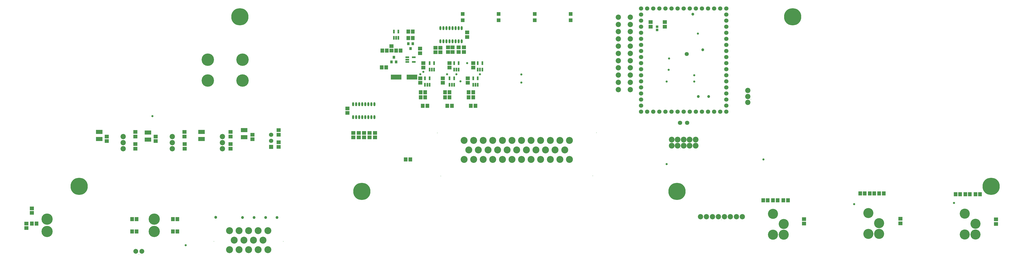
<source format=gts>
G04*
G04 #@! TF.GenerationSoftware,Altium Limited,Altium Designer,18.0.11 (651)*
G04*
G04 Layer_Color=8388736*
%FSLAX42Y42*%
%MOMM*%
G71*
G01*
G75*
%ADD27R,1.70X1.50*%
%ADD28R,1.50X1.70*%
%ADD29R,0.80X1.65*%
%ADD30R,2.80X1.70*%
%ADD31R,1.10X1.20*%
%ADD32O,0.80X1.65*%
%ADD33R,4.50X2.15*%
%ADD34R,1.65X0.80*%
%ADD35R,1.10X1.00*%
%ADD36C,2.90*%
%ADD37C,0.20*%
%ADD38C,1.80*%
%ADD39C,4.70*%
%ADD40C,4.20*%
%ADD41C,2.20*%
%ADD42C,2.00*%
%ADD43C,5.20*%
%ADD44C,2.40*%
%ADD45R,1.50X1.50*%
%ADD46R,1.80X1.80*%
%ADD47C,7.20*%
%ADD48C,0.90*%
%ADD49C,1.20*%
%ADD50C,1.70*%
D27*
X25133Y8789D02*
D03*
Y8979D02*
D03*
X29680Y12814D02*
D03*
Y12624D02*
D03*
X28486D02*
D03*
Y12434D02*
D03*
X29677Y12116D02*
D03*
Y12306D02*
D03*
X42913Y16351D02*
D03*
Y16161D02*
D03*
X42723D02*
D03*
Y16351D02*
D03*
X42407Y16148D02*
D03*
Y16338D02*
D03*
X43383Y16351D02*
D03*
Y16161D02*
D03*
X42202Y16338D02*
D03*
Y16148D02*
D03*
X43167Y16351D02*
D03*
Y16161D02*
D03*
X25362Y9614D02*
D03*
Y9424D02*
D03*
X38771Y12776D02*
D03*
Y12586D02*
D03*
X38997Y12776D02*
D03*
Y12586D02*
D03*
X39223Y12776D02*
D03*
Y12586D02*
D03*
X39449D02*
D03*
Y12776D02*
D03*
X39675Y12586D02*
D03*
Y12776D02*
D03*
X38529Y13798D02*
D03*
Y13608D02*
D03*
X33652Y12624D02*
D03*
Y12814D02*
D03*
X35655Y12890D02*
D03*
Y12700D02*
D03*
X31723Y12814D02*
D03*
Y12624D02*
D03*
X34566Y12700D02*
D03*
Y12510D02*
D03*
X35655Y12192D02*
D03*
Y12382D02*
D03*
X33652Y12116D02*
D03*
Y12306D02*
D03*
X30523Y12624D02*
D03*
Y12434D02*
D03*
X31733Y12116D02*
D03*
Y12306D02*
D03*
X57576Y9167D02*
D03*
Y8977D02*
D03*
X61597Y9180D02*
D03*
Y8990D02*
D03*
X65587Y9155D02*
D03*
Y8965D02*
D03*
X41560Y16302D02*
D03*
Y16112D02*
D03*
X40367Y16216D02*
D03*
Y16406D02*
D03*
X43518Y16787D02*
D03*
Y16977D02*
D03*
X41694Y15503D02*
D03*
Y15693D02*
D03*
X42788Y15503D02*
D03*
Y15693D02*
D03*
X42507Y14870D02*
D03*
Y15060D02*
D03*
X41567D02*
D03*
Y14870D02*
D03*
X43772Y15697D02*
D03*
Y15507D02*
D03*
X43548Y15060D02*
D03*
Y14870D02*
D03*
X51171Y17221D02*
D03*
Y17411D02*
D03*
X51765D02*
D03*
Y17221D02*
D03*
D28*
X41859Y13907D02*
D03*
X41669D02*
D03*
X42883D02*
D03*
X42693D02*
D03*
X43867D02*
D03*
X43677D02*
D03*
X29540Y8649D02*
D03*
X29730D02*
D03*
X31433D02*
D03*
X31242D02*
D03*
X31433Y9169D02*
D03*
X31242D02*
D03*
X29540D02*
D03*
X29730D02*
D03*
X41148Y11659D02*
D03*
X40958D02*
D03*
X25552Y8979D02*
D03*
X25362D02*
D03*
X64087Y10203D02*
D03*
X63897D02*
D03*
X60107Y10238D02*
D03*
X59917D02*
D03*
X56063Y9954D02*
D03*
X55873D02*
D03*
X56906D02*
D03*
X56716D02*
D03*
X60900Y10238D02*
D03*
X60710D02*
D03*
X64919Y10203D02*
D03*
X64729D02*
D03*
X64497D02*
D03*
X64307D02*
D03*
X60507Y10238D02*
D03*
X60317D02*
D03*
X56473Y9954D02*
D03*
X56283D02*
D03*
X41065Y16743D02*
D03*
X41255D02*
D03*
X41065Y17018D02*
D03*
X41255D02*
D03*
X39954Y15512D02*
D03*
X40144D02*
D03*
X39978Y16216D02*
D03*
X40168D02*
D03*
X40557D02*
D03*
X40747D02*
D03*
X41770Y14266D02*
D03*
X41580D02*
D03*
X41770Y14470D02*
D03*
X41580D02*
D03*
X42788Y14266D02*
D03*
X42597D02*
D03*
X42788Y14470D02*
D03*
X42597D02*
D03*
X43582D02*
D03*
X43772D02*
D03*
X43582Y14266D02*
D03*
X43772D02*
D03*
D29*
Y15060D02*
D03*
X43962D02*
D03*
Y14790D02*
D03*
X43867D02*
D03*
X43772D02*
D03*
X42788D02*
D03*
X42883D02*
D03*
X42977D02*
D03*
Y15060D02*
D03*
X42788D02*
D03*
X41764Y14790D02*
D03*
X41859D02*
D03*
X41954D02*
D03*
Y15060D02*
D03*
X41764D02*
D03*
X43962Y15423D02*
D03*
X44057D02*
D03*
X44152D02*
D03*
Y15693D02*
D03*
X43962D02*
D03*
X42977D02*
D03*
X43167D02*
D03*
Y15423D02*
D03*
X43072D02*
D03*
X42977D02*
D03*
X41955Y15693D02*
D03*
X42145D02*
D03*
Y15423D02*
D03*
X42050D02*
D03*
X41955D02*
D03*
X40462Y16748D02*
D03*
X40557D02*
D03*
X40652D02*
D03*
Y17018D02*
D03*
X40462D02*
D03*
D30*
X30201Y12497D02*
D03*
Y12790D02*
D03*
X32436Y12521D02*
D03*
Y12814D02*
D03*
X34214Y12597D02*
D03*
Y12890D02*
D03*
X28169Y12521D02*
D03*
Y12814D02*
D03*
D31*
X41161Y16307D02*
D03*
X41066Y16507D02*
D03*
X41256D02*
D03*
X40462Y15940D02*
D03*
X40557Y15740D02*
D03*
X40367D02*
D03*
D32*
X43296Y17155D02*
D03*
X43168D02*
D03*
X43042D02*
D03*
X42915D02*
D03*
X42788D02*
D03*
X42661D02*
D03*
X42534D02*
D03*
X42407D02*
D03*
X43296Y16610D02*
D03*
X43168D02*
D03*
X43042D02*
D03*
X42915D02*
D03*
X42788D02*
D03*
X42661D02*
D03*
X42534D02*
D03*
X42407D02*
D03*
X38765Y13431D02*
D03*
X38892D02*
D03*
X39019D02*
D03*
X39146D02*
D03*
X39273D02*
D03*
X39400D02*
D03*
X39527D02*
D03*
X39654D02*
D03*
X38765Y13976D02*
D03*
X38892D02*
D03*
X39019D02*
D03*
X39146D02*
D03*
X39273D02*
D03*
X39400D02*
D03*
X39527D02*
D03*
X39654D02*
D03*
D33*
X41217Y15105D02*
D03*
X40557D02*
D03*
D34*
X41296Y15936D02*
D03*
Y15746D02*
D03*
X41026D02*
D03*
Y15841D02*
D03*
Y15936D02*
D03*
D35*
X51448Y17081D02*
D03*
Y17221D02*
D03*
D36*
X43590Y12059D02*
D03*
X43390Y11659D02*
D03*
Y12459D02*
D03*
X43790D02*
D03*
X44190D02*
D03*
X44590D02*
D03*
X44990D02*
D03*
X45390D02*
D03*
X45790D02*
D03*
X46190D02*
D03*
X46590D02*
D03*
X46990D02*
D03*
X47390D02*
D03*
X47790D02*
D03*
Y11659D02*
D03*
X47390D02*
D03*
X46990D02*
D03*
X46590D02*
D03*
X46190D02*
D03*
X45790D02*
D03*
X45390D02*
D03*
X44990D02*
D03*
X44590D02*
D03*
X44190D02*
D03*
X43790D02*
D03*
X44390Y12059D02*
D03*
X44790D02*
D03*
X45190D02*
D03*
X45590D02*
D03*
X45990D02*
D03*
X46390D02*
D03*
X46790D02*
D03*
X47190D02*
D03*
X47590D02*
D03*
X43990D02*
D03*
X34404Y8687D02*
D03*
X34804D02*
D03*
X35204D02*
D03*
X35004Y8287D02*
D03*
X34604D02*
D03*
X34204D02*
D03*
X33804D02*
D03*
X33604Y8687D02*
D03*
X34004D02*
D03*
X33604Y7887D02*
D03*
X35204D02*
D03*
X34804D02*
D03*
X34404D02*
D03*
X34004D02*
D03*
D37*
X48760Y10979D02*
D03*
X42424Y10972D02*
D03*
X48914Y12782D02*
D03*
X42279Y12775D02*
D03*
X29820Y7683D02*
D03*
X52428Y12118D02*
D03*
X55357Y14175D02*
D03*
X32954Y8237D02*
D03*
X35854D02*
D03*
X54129Y9137D02*
D03*
D38*
X51029Y13665D02*
D03*
X51283D02*
D03*
X51537D02*
D03*
X51791D02*
D03*
X52045D02*
D03*
X52299D02*
D03*
X52553D02*
D03*
X52807D02*
D03*
X53061D02*
D03*
X53315D02*
D03*
X53569D02*
D03*
X53823D02*
D03*
X54077D02*
D03*
X54331D02*
D03*
Y13919D02*
D03*
Y14173D02*
D03*
Y14427D02*
D03*
Y14681D02*
D03*
Y14935D02*
D03*
Y15189D02*
D03*
Y15443D02*
D03*
Y15697D02*
D03*
Y15951D02*
D03*
Y16205D02*
D03*
Y16459D02*
D03*
Y16713D02*
D03*
Y16967D02*
D03*
Y17221D02*
D03*
Y17475D02*
D03*
Y17729D02*
D03*
Y17983D02*
D03*
X54077D02*
D03*
X53823D02*
D03*
X53569D02*
D03*
X53315D02*
D03*
X53061D02*
D03*
X52807D02*
D03*
X52553D02*
D03*
X52299D02*
D03*
X52045D02*
D03*
X51791D02*
D03*
X51537D02*
D03*
X51283D02*
D03*
X51029D02*
D03*
X50775D02*
D03*
Y17729D02*
D03*
Y17475D02*
D03*
Y17221D02*
D03*
Y16967D02*
D03*
Y16713D02*
D03*
Y16459D02*
D03*
Y16205D02*
D03*
Y15951D02*
D03*
Y15697D02*
D03*
Y15443D02*
D03*
Y15189D02*
D03*
Y14935D02*
D03*
Y14681D02*
D03*
Y14427D02*
D03*
Y14173D02*
D03*
Y13919D02*
D03*
Y13665D02*
D03*
X52700Y13193D02*
D03*
X52400D02*
D03*
X35338Y12700D02*
D03*
Y12446D02*
D03*
D39*
X30467Y8649D02*
D03*
Y9169D02*
D03*
X25997Y8649D02*
D03*
Y9169D02*
D03*
D40*
X64282Y9392D02*
D03*
X64732Y8972D02*
D03*
Y8522D02*
D03*
X64282D02*
D03*
X60261Y9417D02*
D03*
X60711Y8997D02*
D03*
Y8547D02*
D03*
X60261D02*
D03*
X56281Y9386D02*
D03*
X56731Y8966D02*
D03*
Y8516D02*
D03*
X56281D02*
D03*
D41*
X49830Y14586D02*
D03*
X50330D02*
D03*
X49830Y14889D02*
D03*
X50330D02*
D03*
X49830Y15192D02*
D03*
X50330D02*
D03*
X49830Y15495D02*
D03*
X50330D02*
D03*
Y15798D02*
D03*
X49830D02*
D03*
X50330Y16101D02*
D03*
X49830D02*
D03*
X50330Y16404D02*
D03*
X49830D02*
D03*
X50330Y16707D02*
D03*
X49830D02*
D03*
Y17010D02*
D03*
X50330D02*
D03*
X49830Y17313D02*
D03*
X50330D02*
D03*
X49830Y17617D02*
D03*
X50330D02*
D03*
X33312Y12116D02*
D03*
Y12370D02*
D03*
Y12624D02*
D03*
X55232Y14050D02*
D03*
Y14300D02*
D03*
Y14550D02*
D03*
X31215Y12116D02*
D03*
Y12370D02*
D03*
Y12624D02*
D03*
X29172D02*
D03*
Y12370D02*
D03*
Y12116D02*
D03*
X53254Y9271D02*
D03*
X53504D02*
D03*
X53754D02*
D03*
X54004D02*
D03*
X54254D02*
D03*
X54504D02*
D03*
X54754D02*
D03*
X55004D02*
D03*
D42*
X29695Y7818D02*
D03*
X29945D02*
D03*
D43*
X32700Y14961D02*
D03*
X34150D02*
D03*
X32700Y15841D02*
D03*
X34150D02*
D03*
D44*
X53053Y12493D02*
D03*
X52803D02*
D03*
X52553D02*
D03*
X52303D02*
D03*
X52053D02*
D03*
Y12243D02*
D03*
X52303D02*
D03*
X52553D02*
D03*
X52803D02*
D03*
X53053D02*
D03*
D45*
X44835Y17748D02*
D03*
Y17488D02*
D03*
X47841Y17748D02*
D03*
Y17488D02*
D03*
X43332Y17748D02*
D03*
Y17488D02*
D03*
X46338Y17748D02*
D03*
Y17488D02*
D03*
D46*
X35338Y12192D02*
D03*
D47*
X27330Y10541D02*
D03*
X34036Y17628D02*
D03*
X57099D02*
D03*
X65380Y10541D02*
D03*
X39129Y10325D02*
D03*
X52273D02*
D03*
D48*
X53149Y16929D02*
D03*
X51841Y11468D02*
D03*
X51943Y15888D02*
D03*
X51930Y15418D02*
D03*
X51841Y14923D02*
D03*
X52997D02*
D03*
Y15189D02*
D03*
X45783Y15215D02*
D03*
X30391Y13475D02*
D03*
X31775Y8077D02*
D03*
X45783Y14884D02*
D03*
X41694Y15329D02*
D03*
X63830Y9843D02*
D03*
X59665Y9792D02*
D03*
X55880Y11659D02*
D03*
X43243Y14935D02*
D03*
X43523Y15697D02*
D03*
X41567Y15227D02*
D03*
X43072D02*
D03*
X42685D02*
D03*
X44057D02*
D03*
D49*
X52934Y17742D02*
D03*
X53162Y14300D02*
D03*
X53594D02*
D03*
X53353Y16256D02*
D03*
X33033Y9240D02*
D03*
X35591Y9230D02*
D03*
X34629D02*
D03*
X35110D02*
D03*
X34147D02*
D03*
D50*
X52681Y16077D02*
D03*
M02*

</source>
